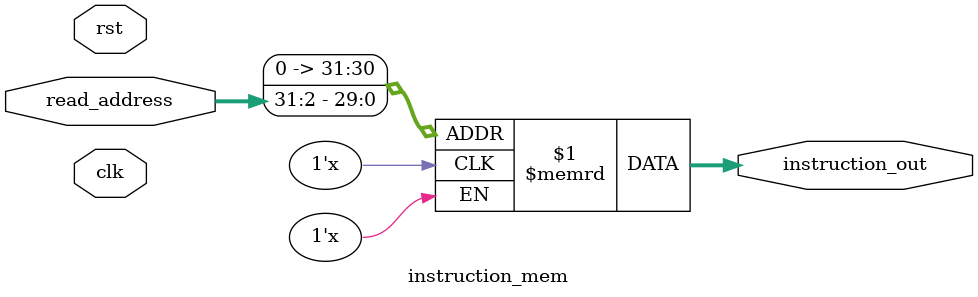
<source format=v>
module instruction_mem (
    input clk, rst,
    input [31:0] read_address,
    output [31:0] instruction_out 
);

    reg [31:0] mem [0:63];   // 64 instructions

    // assign instruction based on word-aligned address -- because of pc+4 increament
    assign instruction_out = mem[read_address >> 2];  

endmodule

</source>
